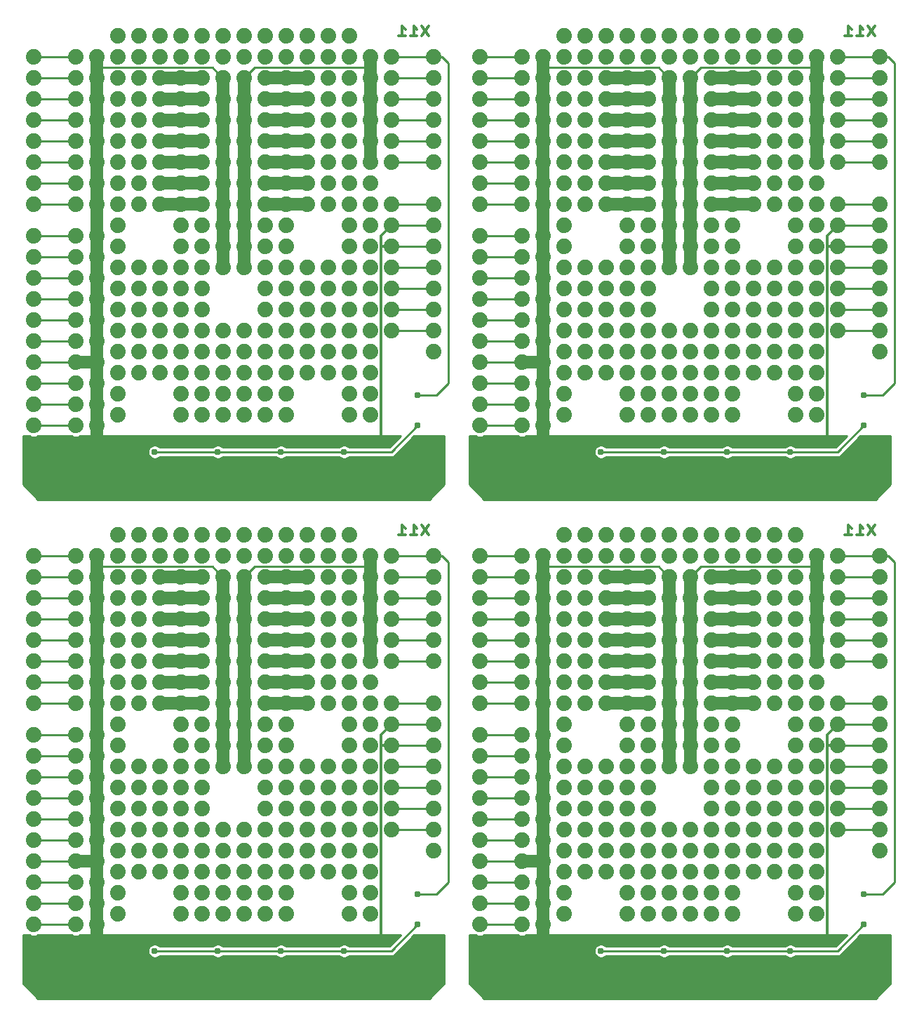
<source format=gbl>
G75*
%MOIN*%
%OFA0B0*%
%FSLAX25Y25*%
%IPPOS*%
%LPD*%
%AMOC8*
5,1,8,0,0,1.08239X$1,22.5*
%
%ADD10C,0.01200*%
%ADD11C,0.07400*%
%ADD12C,0.01000*%
%ADD13C,0.03100*%
%ADD14C,0.06000*%
D10*
X0190355Y0267524D02*
X0190355Y0270024D01*
X0265355Y0334524D02*
X0265355Y0424524D01*
X0270355Y0424524D01*
X0265355Y0424524D02*
X0265355Y0429524D01*
X0270355Y0434524D01*
X0190355Y0504524D02*
X0190355Y0507024D01*
X0273790Y0524624D02*
X0276993Y0524624D01*
X0275392Y0524624D02*
X0275392Y0529428D01*
X0276993Y0527826D01*
X0279315Y0524624D02*
X0282518Y0524624D01*
X0280916Y0524624D02*
X0280916Y0529428D01*
X0282518Y0527826D01*
X0284840Y0529428D02*
X0288043Y0524624D01*
X0284840Y0524624D02*
X0288043Y0529428D01*
X0402355Y0507024D02*
X0402355Y0504524D01*
X0477355Y0429524D02*
X0477355Y0424524D01*
X0482355Y0424524D01*
X0477355Y0424524D02*
X0477355Y0334524D01*
X0487392Y0292428D02*
X0487392Y0287624D01*
X0488993Y0287624D02*
X0485790Y0287624D01*
X0488993Y0290826D02*
X0487392Y0292428D01*
X0492916Y0292428D02*
X0492916Y0287624D01*
X0491315Y0287624D02*
X0494518Y0287624D01*
X0496840Y0287624D02*
X0500043Y0292428D01*
X0496840Y0292428D02*
X0500043Y0287624D01*
X0494518Y0290826D02*
X0492916Y0292428D01*
X0482355Y0197524D02*
X0477355Y0192524D01*
X0477355Y0187524D01*
X0482355Y0187524D01*
X0477355Y0187524D02*
X0477355Y0097524D01*
X0402355Y0267524D02*
X0402355Y0270024D01*
X0288043Y0287624D02*
X0284840Y0292428D01*
X0282518Y0290826D02*
X0280916Y0292428D01*
X0280916Y0287624D01*
X0279315Y0287624D02*
X0282518Y0287624D01*
X0284840Y0287624D02*
X0288043Y0292428D01*
X0276993Y0290826D02*
X0275392Y0292428D01*
X0275392Y0287624D01*
X0276993Y0287624D02*
X0273790Y0287624D01*
X0270355Y0197524D02*
X0265355Y0192524D01*
X0265355Y0187524D01*
X0270355Y0187524D01*
X0265355Y0187524D02*
X0265355Y0097524D01*
X0477355Y0429524D02*
X0482355Y0434524D01*
X0485790Y0524624D02*
X0488993Y0524624D01*
X0487392Y0524624D02*
X0487392Y0529428D01*
X0488993Y0527826D01*
X0491315Y0524624D02*
X0494518Y0524624D01*
X0492916Y0524624D02*
X0492916Y0529428D01*
X0494518Y0527826D01*
X0496840Y0529428D02*
X0500043Y0524624D01*
X0496840Y0524624D02*
X0500043Y0529428D01*
D11*
X0502355Y0514524D03*
X0502355Y0504524D03*
X0502355Y0494524D03*
X0502355Y0484524D03*
X0502355Y0474524D03*
X0502355Y0464524D03*
X0502355Y0444524D03*
X0502355Y0434524D03*
X0502355Y0424524D03*
X0502355Y0414524D03*
X0502355Y0404524D03*
X0502355Y0394524D03*
X0502355Y0384524D03*
X0502355Y0374524D03*
X0482355Y0384524D03*
X0482355Y0394524D03*
X0472355Y0394524D03*
X0462355Y0394524D03*
X0462355Y0384524D03*
X0472355Y0384524D03*
X0472355Y0374524D03*
X0462355Y0374524D03*
X0452355Y0374524D03*
X0442355Y0374524D03*
X0432355Y0374524D03*
X0422355Y0374524D03*
X0412355Y0374524D03*
X0402355Y0374524D03*
X0392355Y0374524D03*
X0382355Y0374524D03*
X0372355Y0374524D03*
X0362355Y0374524D03*
X0352355Y0374524D03*
X0352355Y0384524D03*
X0352355Y0394524D03*
X0352355Y0404524D03*
X0352355Y0414524D03*
X0352355Y0424524D03*
X0352355Y0434524D03*
X0352355Y0444524D03*
X0342355Y0444524D03*
X0332355Y0444524D03*
X0332355Y0454524D03*
X0332355Y0464524D03*
X0342355Y0464524D03*
X0342355Y0454524D03*
X0352355Y0454524D03*
X0352355Y0464524D03*
X0352355Y0474524D03*
X0342355Y0474524D03*
X0332355Y0474524D03*
X0332355Y0484524D03*
X0332355Y0494524D03*
X0342355Y0494524D03*
X0342355Y0484524D03*
X0352355Y0484524D03*
X0352355Y0494524D03*
X0352355Y0504524D03*
X0342355Y0504524D03*
X0332355Y0504524D03*
X0332355Y0514524D03*
X0342355Y0514524D03*
X0352355Y0514524D03*
X0352355Y0524524D03*
X0362355Y0524524D03*
X0362355Y0514524D03*
X0362355Y0504524D03*
X0362355Y0494524D03*
X0362355Y0484524D03*
X0362355Y0474524D03*
X0362355Y0464524D03*
X0362355Y0454524D03*
X0362355Y0444524D03*
X0372355Y0444524D03*
X0372355Y0454524D03*
X0372355Y0464524D03*
X0372355Y0474524D03*
X0372355Y0484524D03*
X0372355Y0494524D03*
X0372355Y0504524D03*
X0372355Y0514524D03*
X0372355Y0524524D03*
X0382355Y0524524D03*
X0382355Y0514524D03*
X0382355Y0504524D03*
X0382355Y0494524D03*
X0382355Y0484524D03*
X0382355Y0474524D03*
X0382355Y0464524D03*
X0382355Y0454524D03*
X0382355Y0444524D03*
X0382355Y0434524D03*
X0382355Y0424524D03*
X0382355Y0414524D03*
X0372355Y0414524D03*
X0362355Y0414524D03*
X0362355Y0404524D03*
X0362355Y0394524D03*
X0362355Y0384524D03*
X0372355Y0384524D03*
X0372355Y0394524D03*
X0372355Y0404524D03*
X0382355Y0404524D03*
X0382355Y0394524D03*
X0382355Y0384524D03*
X0392355Y0384524D03*
X0392355Y0394524D03*
X0402355Y0384524D03*
X0412355Y0384524D03*
X0422355Y0384524D03*
X0422355Y0394524D03*
X0422355Y0404524D03*
X0422355Y0414524D03*
X0422355Y0424524D03*
X0412355Y0424524D03*
X0412355Y0414524D03*
X0402355Y0414524D03*
X0392355Y0414524D03*
X0392355Y0424524D03*
X0402355Y0424524D03*
X0402355Y0434524D03*
X0392355Y0434524D03*
X0392355Y0444524D03*
X0402355Y0444524D03*
X0402355Y0454524D03*
X0392355Y0454524D03*
X0392355Y0464524D03*
X0402355Y0464524D03*
X0402355Y0474524D03*
X0392355Y0474524D03*
X0392355Y0484524D03*
X0392355Y0494524D03*
X0402355Y0494524D03*
X0402355Y0484524D03*
X0412355Y0484524D03*
X0412355Y0494524D03*
X0412355Y0504524D03*
X0402355Y0504524D03*
X0392355Y0504524D03*
X0392355Y0514524D03*
X0392355Y0524524D03*
X0402355Y0524524D03*
X0402355Y0514524D03*
X0412355Y0514524D03*
X0412355Y0524524D03*
X0422355Y0524524D03*
X0422355Y0514524D03*
X0422355Y0504524D03*
X0422355Y0494524D03*
X0422355Y0484524D03*
X0422355Y0474524D03*
X0412355Y0474524D03*
X0412355Y0464524D03*
X0412355Y0454524D03*
X0412355Y0444524D03*
X0412355Y0434524D03*
X0422355Y0434524D03*
X0422355Y0444524D03*
X0422355Y0454524D03*
X0422355Y0464524D03*
X0432355Y0464524D03*
X0432355Y0454524D03*
X0432355Y0444524D03*
X0432355Y0434524D03*
X0432355Y0424524D03*
X0432355Y0414524D03*
X0432355Y0404524D03*
X0432355Y0394524D03*
X0432355Y0384524D03*
X0442355Y0384524D03*
X0442355Y0394524D03*
X0442355Y0404524D03*
X0442355Y0414524D03*
X0452355Y0414524D03*
X0452355Y0404524D03*
X0452355Y0394524D03*
X0452355Y0384524D03*
X0462355Y0404524D03*
X0472355Y0404524D03*
X0472355Y0414524D03*
X0462355Y0414524D03*
X0462355Y0424524D03*
X0472355Y0424524D03*
X0472355Y0434524D03*
X0462355Y0434524D03*
X0462355Y0444524D03*
X0472355Y0444524D03*
X0472355Y0454524D03*
X0462355Y0454524D03*
X0462355Y0464524D03*
X0472355Y0464524D03*
X0472355Y0474524D03*
X0462355Y0474524D03*
X0452355Y0474524D03*
X0442355Y0474524D03*
X0432355Y0474524D03*
X0432355Y0484524D03*
X0432355Y0494524D03*
X0432355Y0504524D03*
X0432355Y0514524D03*
X0432355Y0524524D03*
X0442355Y0524524D03*
X0442355Y0514524D03*
X0442355Y0504524D03*
X0442355Y0494524D03*
X0442355Y0484524D03*
X0452355Y0484524D03*
X0452355Y0494524D03*
X0452355Y0504524D03*
X0452355Y0514524D03*
X0452355Y0524524D03*
X0462355Y0524524D03*
X0462355Y0514524D03*
X0472355Y0514524D03*
X0472355Y0504524D03*
X0462355Y0504524D03*
X0462355Y0494524D03*
X0462355Y0484524D03*
X0472355Y0484524D03*
X0472355Y0494524D03*
X0482355Y0494524D03*
X0482355Y0484524D03*
X0482355Y0474524D03*
X0482355Y0464524D03*
X0482355Y0444524D03*
X0482355Y0434524D03*
X0482355Y0424524D03*
X0482355Y0414524D03*
X0482355Y0404524D03*
X0472355Y0364524D03*
X0462355Y0364524D03*
X0462355Y0354524D03*
X0472355Y0354524D03*
X0472355Y0344524D03*
X0462355Y0344524D03*
X0452355Y0364524D03*
X0442355Y0364524D03*
X0432355Y0364524D03*
X0432355Y0354524D03*
X0422355Y0354524D03*
X0422355Y0364524D03*
X0412355Y0364524D03*
X0412355Y0354524D03*
X0402355Y0354524D03*
X0392355Y0354524D03*
X0392355Y0364524D03*
X0402355Y0364524D03*
X0382355Y0364524D03*
X0382355Y0354524D03*
X0382355Y0344524D03*
X0392355Y0344524D03*
X0402355Y0344524D03*
X0412355Y0344524D03*
X0422355Y0344524D03*
X0432355Y0344524D03*
X0432355Y0287524D03*
X0432355Y0277524D03*
X0422355Y0277524D03*
X0422355Y0287524D03*
X0412355Y0287524D03*
X0412355Y0277524D03*
X0402355Y0277524D03*
X0392355Y0277524D03*
X0392355Y0287524D03*
X0402355Y0287524D03*
X0382355Y0287524D03*
X0382355Y0277524D03*
X0372355Y0277524D03*
X0372355Y0287524D03*
X0362355Y0287524D03*
X0362355Y0277524D03*
X0352355Y0277524D03*
X0352355Y0287524D03*
X0342355Y0277524D03*
X0332355Y0277524D03*
X0332355Y0267524D03*
X0342355Y0267524D03*
X0342355Y0257524D03*
X0332355Y0257524D03*
X0332355Y0247524D03*
X0332355Y0237524D03*
X0342355Y0237524D03*
X0342355Y0247524D03*
X0352355Y0247524D03*
X0352355Y0237524D03*
X0352355Y0227524D03*
X0342355Y0227524D03*
X0332355Y0227524D03*
X0332355Y0217524D03*
X0332355Y0207524D03*
X0342355Y0207524D03*
X0342355Y0217524D03*
X0352355Y0217524D03*
X0352355Y0207524D03*
X0352355Y0197524D03*
X0352355Y0187524D03*
X0352355Y0177524D03*
X0352355Y0167524D03*
X0352355Y0157524D03*
X0352355Y0147524D03*
X0352355Y0137524D03*
X0352355Y0127524D03*
X0352355Y0117524D03*
X0352355Y0107524D03*
X0342355Y0112524D03*
X0332355Y0112524D03*
X0332355Y0122524D03*
X0342355Y0122524D03*
X0342355Y0132524D03*
X0332355Y0132524D03*
X0332355Y0142524D03*
X0332355Y0152524D03*
X0342355Y0152524D03*
X0342355Y0142524D03*
X0342355Y0162524D03*
X0332355Y0162524D03*
X0332355Y0172524D03*
X0332355Y0182524D03*
X0342355Y0182524D03*
X0342355Y0172524D03*
X0342355Y0192524D03*
X0332355Y0192524D03*
X0312355Y0192524D03*
X0312355Y0182524D03*
X0312355Y0172524D03*
X0312355Y0162524D03*
X0312355Y0152524D03*
X0312355Y0142524D03*
X0312355Y0132524D03*
X0312355Y0122524D03*
X0312355Y0112524D03*
X0312355Y0102524D03*
X0332355Y0102524D03*
X0342355Y0102524D03*
X0362355Y0127524D03*
X0362355Y0137524D03*
X0362355Y0147524D03*
X0362355Y0157524D03*
X0362355Y0167524D03*
X0362355Y0177524D03*
X0372355Y0177524D03*
X0372355Y0167524D03*
X0372355Y0157524D03*
X0372355Y0147524D03*
X0372355Y0137524D03*
X0372355Y0127524D03*
X0382355Y0127524D03*
X0382355Y0137524D03*
X0382355Y0147524D03*
X0382355Y0157524D03*
X0382355Y0167524D03*
X0382355Y0177524D03*
X0382355Y0187524D03*
X0382355Y0197524D03*
X0382355Y0207524D03*
X0382355Y0217524D03*
X0372355Y0217524D03*
X0372355Y0207524D03*
X0362355Y0207524D03*
X0362355Y0217524D03*
X0362355Y0227524D03*
X0362355Y0237524D03*
X0362355Y0247524D03*
X0362355Y0257524D03*
X0352355Y0257524D03*
X0352355Y0267524D03*
X0362355Y0267524D03*
X0372355Y0267524D03*
X0372355Y0257524D03*
X0372355Y0247524D03*
X0372355Y0237524D03*
X0372355Y0227524D03*
X0382355Y0227524D03*
X0382355Y0237524D03*
X0382355Y0247524D03*
X0382355Y0257524D03*
X0382355Y0267524D03*
X0392355Y0267524D03*
X0402355Y0267524D03*
X0402355Y0257524D03*
X0392355Y0257524D03*
X0392355Y0247524D03*
X0392355Y0237524D03*
X0402355Y0237524D03*
X0402355Y0247524D03*
X0412355Y0247524D03*
X0412355Y0237524D03*
X0412355Y0227524D03*
X0402355Y0227524D03*
X0392355Y0227524D03*
X0392355Y0217524D03*
X0392355Y0207524D03*
X0402355Y0207524D03*
X0402355Y0217524D03*
X0412355Y0217524D03*
X0412355Y0207524D03*
X0412355Y0197524D03*
X0402355Y0197524D03*
X0392355Y0197524D03*
X0392355Y0187524D03*
X0392355Y0177524D03*
X0402355Y0177524D03*
X0402355Y0187524D03*
X0412355Y0187524D03*
X0412355Y0177524D03*
X0422355Y0177524D03*
X0422355Y0187524D03*
X0422355Y0197524D03*
X0422355Y0207524D03*
X0422355Y0217524D03*
X0422355Y0227524D03*
X0422355Y0237524D03*
X0422355Y0247524D03*
X0422355Y0257524D03*
X0412355Y0257524D03*
X0412355Y0267524D03*
X0422355Y0267524D03*
X0432355Y0267524D03*
X0432355Y0257524D03*
X0432355Y0247524D03*
X0432355Y0237524D03*
X0432355Y0227524D03*
X0432355Y0217524D03*
X0432355Y0207524D03*
X0432355Y0197524D03*
X0432355Y0187524D03*
X0432355Y0177524D03*
X0432355Y0167524D03*
X0422355Y0167524D03*
X0422355Y0157524D03*
X0422355Y0147524D03*
X0412355Y0147524D03*
X0402355Y0147524D03*
X0392355Y0147524D03*
X0392355Y0157524D03*
X0392355Y0167524D03*
X0392355Y0137524D03*
X0402355Y0137524D03*
X0402355Y0127524D03*
X0392355Y0127524D03*
X0392355Y0117524D03*
X0392355Y0107524D03*
X0402355Y0107524D03*
X0402355Y0117524D03*
X0412355Y0117524D03*
X0412355Y0107524D03*
X0422355Y0107524D03*
X0422355Y0117524D03*
X0422355Y0127524D03*
X0412355Y0127524D03*
X0412355Y0137524D03*
X0422355Y0137524D03*
X0432355Y0137524D03*
X0432355Y0147524D03*
X0432355Y0157524D03*
X0442355Y0157524D03*
X0442355Y0147524D03*
X0442355Y0137524D03*
X0442355Y0127524D03*
X0432355Y0127524D03*
X0432355Y0117524D03*
X0432355Y0107524D03*
X0452355Y0127524D03*
X0452355Y0137524D03*
X0452355Y0147524D03*
X0452355Y0157524D03*
X0452355Y0167524D03*
X0442355Y0167524D03*
X0442355Y0177524D03*
X0452355Y0177524D03*
X0462355Y0177524D03*
X0462355Y0187524D03*
X0472355Y0187524D03*
X0472355Y0177524D03*
X0472355Y0167524D03*
X0462355Y0167524D03*
X0462355Y0157524D03*
X0462355Y0147524D03*
X0472355Y0147524D03*
X0472355Y0157524D03*
X0482355Y0157524D03*
X0482355Y0147524D03*
X0472355Y0137524D03*
X0462355Y0137524D03*
X0462355Y0127524D03*
X0472355Y0127524D03*
X0472355Y0117524D03*
X0462355Y0117524D03*
X0462355Y0107524D03*
X0472355Y0107524D03*
X0502355Y0137524D03*
X0502355Y0147524D03*
X0502355Y0157524D03*
X0502355Y0167524D03*
X0502355Y0177524D03*
X0502355Y0187524D03*
X0502355Y0197524D03*
X0502355Y0207524D03*
X0502355Y0227524D03*
X0502355Y0237524D03*
X0502355Y0247524D03*
X0502355Y0257524D03*
X0502355Y0267524D03*
X0502355Y0277524D03*
X0482355Y0277524D03*
X0472355Y0277524D03*
X0462355Y0277524D03*
X0462355Y0287524D03*
X0452355Y0287524D03*
X0452355Y0277524D03*
X0442355Y0277524D03*
X0442355Y0287524D03*
X0442355Y0267524D03*
X0442355Y0257524D03*
X0442355Y0247524D03*
X0442355Y0237524D03*
X0442355Y0227524D03*
X0442355Y0217524D03*
X0442355Y0207524D03*
X0452355Y0207524D03*
X0452355Y0217524D03*
X0452355Y0227524D03*
X0452355Y0237524D03*
X0452355Y0247524D03*
X0452355Y0257524D03*
X0452355Y0267524D03*
X0462355Y0267524D03*
X0472355Y0267524D03*
X0472355Y0257524D03*
X0462355Y0257524D03*
X0462355Y0247524D03*
X0462355Y0237524D03*
X0472355Y0237524D03*
X0472355Y0247524D03*
X0482355Y0247524D03*
X0482355Y0237524D03*
X0482355Y0227524D03*
X0472355Y0227524D03*
X0462355Y0227524D03*
X0462355Y0217524D03*
X0462355Y0207524D03*
X0472355Y0207524D03*
X0472355Y0217524D03*
X0482355Y0207524D03*
X0482355Y0197524D03*
X0472355Y0197524D03*
X0462355Y0197524D03*
X0482355Y0187524D03*
X0482355Y0177524D03*
X0482355Y0167524D03*
X0482355Y0257524D03*
X0482355Y0267524D03*
X0372355Y0364524D03*
X0362355Y0364524D03*
X0352355Y0364524D03*
X0352355Y0354524D03*
X0352355Y0344524D03*
X0342355Y0349524D03*
X0332355Y0349524D03*
X0332355Y0359524D03*
X0342355Y0359524D03*
X0342355Y0369524D03*
X0332355Y0369524D03*
X0332355Y0379524D03*
X0342355Y0379524D03*
X0342355Y0389524D03*
X0332355Y0389524D03*
X0332355Y0399524D03*
X0342355Y0399524D03*
X0342355Y0409524D03*
X0332355Y0409524D03*
X0332355Y0419524D03*
X0332355Y0429524D03*
X0342355Y0429524D03*
X0342355Y0419524D03*
X0312355Y0419524D03*
X0312355Y0429524D03*
X0312355Y0444524D03*
X0312355Y0454524D03*
X0312355Y0464524D03*
X0312355Y0474524D03*
X0312355Y0484524D03*
X0312355Y0494524D03*
X0312355Y0504524D03*
X0312355Y0514524D03*
X0290355Y0514524D03*
X0290355Y0504524D03*
X0290355Y0494524D03*
X0290355Y0484524D03*
X0290355Y0474524D03*
X0290355Y0464524D03*
X0290355Y0444524D03*
X0290355Y0434524D03*
X0290355Y0424524D03*
X0290355Y0414524D03*
X0290355Y0404524D03*
X0290355Y0394524D03*
X0290355Y0384524D03*
X0290355Y0374524D03*
X0270355Y0384524D03*
X0270355Y0394524D03*
X0260355Y0394524D03*
X0250355Y0394524D03*
X0250355Y0384524D03*
X0260355Y0384524D03*
X0260355Y0374524D03*
X0250355Y0374524D03*
X0240355Y0374524D03*
X0230355Y0374524D03*
X0220355Y0374524D03*
X0210355Y0374524D03*
X0200355Y0374524D03*
X0190355Y0374524D03*
X0180355Y0374524D03*
X0170355Y0374524D03*
X0160355Y0374524D03*
X0150355Y0374524D03*
X0140355Y0374524D03*
X0140355Y0384524D03*
X0140355Y0394524D03*
X0140355Y0404524D03*
X0140355Y0414524D03*
X0140355Y0424524D03*
X0140355Y0434524D03*
X0140355Y0444524D03*
X0130355Y0444524D03*
X0120355Y0444524D03*
X0120355Y0454524D03*
X0120355Y0464524D03*
X0130355Y0464524D03*
X0130355Y0454524D03*
X0140355Y0454524D03*
X0140355Y0464524D03*
X0140355Y0474524D03*
X0130355Y0474524D03*
X0120355Y0474524D03*
X0120355Y0484524D03*
X0120355Y0494524D03*
X0130355Y0494524D03*
X0130355Y0484524D03*
X0140355Y0484524D03*
X0140355Y0494524D03*
X0140355Y0504524D03*
X0130355Y0504524D03*
X0120355Y0504524D03*
X0120355Y0514524D03*
X0130355Y0514524D03*
X0140355Y0514524D03*
X0140355Y0524524D03*
X0150355Y0524524D03*
X0150355Y0514524D03*
X0150355Y0504524D03*
X0150355Y0494524D03*
X0150355Y0484524D03*
X0150355Y0474524D03*
X0150355Y0464524D03*
X0150355Y0454524D03*
X0150355Y0444524D03*
X0160355Y0444524D03*
X0160355Y0454524D03*
X0160355Y0464524D03*
X0160355Y0474524D03*
X0160355Y0484524D03*
X0160355Y0494524D03*
X0160355Y0504524D03*
X0160355Y0514524D03*
X0160355Y0524524D03*
X0170355Y0524524D03*
X0170355Y0514524D03*
X0170355Y0504524D03*
X0170355Y0494524D03*
X0170355Y0484524D03*
X0170355Y0474524D03*
X0170355Y0464524D03*
X0170355Y0454524D03*
X0170355Y0444524D03*
X0170355Y0434524D03*
X0170355Y0424524D03*
X0170355Y0414524D03*
X0160355Y0414524D03*
X0150355Y0414524D03*
X0150355Y0404524D03*
X0150355Y0394524D03*
X0150355Y0384524D03*
X0160355Y0384524D03*
X0160355Y0394524D03*
X0160355Y0404524D03*
X0170355Y0404524D03*
X0170355Y0394524D03*
X0170355Y0384524D03*
X0180355Y0384524D03*
X0180355Y0394524D03*
X0180355Y0404524D03*
X0180355Y0414524D03*
X0180355Y0424524D03*
X0180355Y0434524D03*
X0180355Y0444524D03*
X0180355Y0454524D03*
X0180355Y0464524D03*
X0180355Y0474524D03*
X0180355Y0484524D03*
X0180355Y0494524D03*
X0180355Y0504524D03*
X0180355Y0514524D03*
X0180355Y0524524D03*
X0190355Y0524524D03*
X0190355Y0514524D03*
X0200355Y0514524D03*
X0200355Y0524524D03*
X0210355Y0524524D03*
X0210355Y0514524D03*
X0210355Y0504524D03*
X0200355Y0504524D03*
X0190355Y0504524D03*
X0190355Y0494524D03*
X0190355Y0484524D03*
X0200355Y0484524D03*
X0200355Y0494524D03*
X0210355Y0494524D03*
X0210355Y0484524D03*
X0210355Y0474524D03*
X0200355Y0474524D03*
X0190355Y0474524D03*
X0190355Y0464524D03*
X0190355Y0454524D03*
X0200355Y0454524D03*
X0200355Y0464524D03*
X0210355Y0464524D03*
X0210355Y0454524D03*
X0210355Y0444524D03*
X0200355Y0444524D03*
X0190355Y0444524D03*
X0190355Y0434524D03*
X0200355Y0434524D03*
X0200355Y0424524D03*
X0190355Y0424524D03*
X0190355Y0414524D03*
X0200355Y0414524D03*
X0210355Y0414524D03*
X0210355Y0424524D03*
X0210355Y0434524D03*
X0220355Y0434524D03*
X0220355Y0444524D03*
X0220355Y0454524D03*
X0220355Y0464524D03*
X0220355Y0474524D03*
X0220355Y0484524D03*
X0220355Y0494524D03*
X0220355Y0504524D03*
X0220355Y0514524D03*
X0220355Y0524524D03*
X0230355Y0524524D03*
X0230355Y0514524D03*
X0230355Y0504524D03*
X0230355Y0494524D03*
X0230355Y0484524D03*
X0230355Y0474524D03*
X0230355Y0464524D03*
X0230355Y0454524D03*
X0230355Y0444524D03*
X0240355Y0444524D03*
X0240355Y0454524D03*
X0240355Y0464524D03*
X0240355Y0474524D03*
X0240355Y0484524D03*
X0240355Y0494524D03*
X0240355Y0504524D03*
X0240355Y0514524D03*
X0240355Y0524524D03*
X0250355Y0524524D03*
X0250355Y0514524D03*
X0260355Y0514524D03*
X0260355Y0504524D03*
X0250355Y0504524D03*
X0250355Y0494524D03*
X0250355Y0484524D03*
X0260355Y0484524D03*
X0260355Y0494524D03*
X0270355Y0494524D03*
X0270355Y0484524D03*
X0270355Y0474524D03*
X0260355Y0474524D03*
X0250355Y0474524D03*
X0250355Y0464524D03*
X0250355Y0454524D03*
X0260355Y0454524D03*
X0260355Y0464524D03*
X0270355Y0464524D03*
X0270355Y0444524D03*
X0260355Y0444524D03*
X0250355Y0444524D03*
X0250355Y0434524D03*
X0260355Y0434524D03*
X0260355Y0424524D03*
X0250355Y0424524D03*
X0250355Y0414524D03*
X0260355Y0414524D03*
X0260355Y0404524D03*
X0250355Y0404524D03*
X0240355Y0404524D03*
X0230355Y0404524D03*
X0220355Y0404524D03*
X0210355Y0404524D03*
X0210355Y0394524D03*
X0210355Y0384524D03*
X0200355Y0384524D03*
X0190355Y0384524D03*
X0190355Y0364524D03*
X0190355Y0354524D03*
X0200355Y0354524D03*
X0200355Y0364524D03*
X0210355Y0364524D03*
X0210355Y0354524D03*
X0210355Y0344524D03*
X0200355Y0344524D03*
X0190355Y0344524D03*
X0180355Y0344524D03*
X0170355Y0344524D03*
X0170355Y0354524D03*
X0170355Y0364524D03*
X0160355Y0364524D03*
X0150355Y0364524D03*
X0140355Y0364524D03*
X0140355Y0354524D03*
X0140355Y0344524D03*
X0130355Y0349524D03*
X0120355Y0349524D03*
X0120355Y0359524D03*
X0130355Y0359524D03*
X0130355Y0369524D03*
X0120355Y0369524D03*
X0120355Y0379524D03*
X0130355Y0379524D03*
X0130355Y0389524D03*
X0120355Y0389524D03*
X0120355Y0399524D03*
X0130355Y0399524D03*
X0130355Y0409524D03*
X0120355Y0409524D03*
X0120355Y0419524D03*
X0120355Y0429524D03*
X0130355Y0429524D03*
X0130355Y0419524D03*
X0100355Y0419524D03*
X0100355Y0429524D03*
X0100355Y0444524D03*
X0100355Y0454524D03*
X0100355Y0464524D03*
X0100355Y0474524D03*
X0100355Y0484524D03*
X0100355Y0494524D03*
X0100355Y0504524D03*
X0100355Y0514524D03*
X0100355Y0409524D03*
X0100355Y0399524D03*
X0100355Y0389524D03*
X0100355Y0379524D03*
X0100355Y0369524D03*
X0100355Y0359524D03*
X0100355Y0349524D03*
X0100355Y0339524D03*
X0120355Y0339524D03*
X0130355Y0339524D03*
X0140355Y0287524D03*
X0140355Y0277524D03*
X0130355Y0277524D03*
X0120355Y0277524D03*
X0120355Y0267524D03*
X0130355Y0267524D03*
X0130355Y0257524D03*
X0120355Y0257524D03*
X0120355Y0247524D03*
X0120355Y0237524D03*
X0130355Y0237524D03*
X0130355Y0247524D03*
X0140355Y0247524D03*
X0140355Y0237524D03*
X0140355Y0227524D03*
X0130355Y0227524D03*
X0120355Y0227524D03*
X0120355Y0217524D03*
X0120355Y0207524D03*
X0130355Y0207524D03*
X0130355Y0217524D03*
X0140355Y0217524D03*
X0140355Y0207524D03*
X0140355Y0197524D03*
X0140355Y0187524D03*
X0140355Y0177524D03*
X0140355Y0167524D03*
X0140355Y0157524D03*
X0140355Y0147524D03*
X0140355Y0137524D03*
X0140355Y0127524D03*
X0140355Y0117524D03*
X0140355Y0107524D03*
X0130355Y0112524D03*
X0120355Y0112524D03*
X0120355Y0122524D03*
X0130355Y0122524D03*
X0130355Y0132524D03*
X0120355Y0132524D03*
X0120355Y0142524D03*
X0120355Y0152524D03*
X0130355Y0152524D03*
X0130355Y0142524D03*
X0130355Y0162524D03*
X0120355Y0162524D03*
X0120355Y0172524D03*
X0120355Y0182524D03*
X0130355Y0182524D03*
X0130355Y0172524D03*
X0130355Y0192524D03*
X0120355Y0192524D03*
X0100355Y0192524D03*
X0100355Y0182524D03*
X0100355Y0172524D03*
X0100355Y0162524D03*
X0100355Y0152524D03*
X0100355Y0142524D03*
X0100355Y0132524D03*
X0100355Y0122524D03*
X0100355Y0112524D03*
X0100355Y0102524D03*
X0120355Y0102524D03*
X0130355Y0102524D03*
X0150355Y0127524D03*
X0150355Y0137524D03*
X0150355Y0147524D03*
X0150355Y0157524D03*
X0150355Y0167524D03*
X0150355Y0177524D03*
X0160355Y0177524D03*
X0160355Y0167524D03*
X0160355Y0157524D03*
X0160355Y0147524D03*
X0160355Y0137524D03*
X0160355Y0127524D03*
X0170355Y0127524D03*
X0170355Y0137524D03*
X0170355Y0147524D03*
X0170355Y0157524D03*
X0170355Y0167524D03*
X0170355Y0177524D03*
X0170355Y0187524D03*
X0170355Y0197524D03*
X0170355Y0207524D03*
X0170355Y0217524D03*
X0160355Y0217524D03*
X0160355Y0207524D03*
X0150355Y0207524D03*
X0150355Y0217524D03*
X0150355Y0227524D03*
X0150355Y0237524D03*
X0150355Y0247524D03*
X0150355Y0257524D03*
X0140355Y0257524D03*
X0140355Y0267524D03*
X0150355Y0267524D03*
X0150355Y0277524D03*
X0150355Y0287524D03*
X0160355Y0287524D03*
X0160355Y0277524D03*
X0160355Y0267524D03*
X0160355Y0257524D03*
X0160355Y0247524D03*
X0160355Y0237524D03*
X0160355Y0227524D03*
X0170355Y0227524D03*
X0170355Y0237524D03*
X0170355Y0247524D03*
X0170355Y0257524D03*
X0170355Y0267524D03*
X0170355Y0277524D03*
X0170355Y0287524D03*
X0180355Y0287524D03*
X0180355Y0277524D03*
X0180355Y0267524D03*
X0180355Y0257524D03*
X0180355Y0247524D03*
X0180355Y0237524D03*
X0180355Y0227524D03*
X0180355Y0217524D03*
X0180355Y0207524D03*
X0180355Y0197524D03*
X0180355Y0187524D03*
X0180355Y0177524D03*
X0180355Y0167524D03*
X0180355Y0157524D03*
X0180355Y0147524D03*
X0180355Y0137524D03*
X0180355Y0127524D03*
X0180355Y0117524D03*
X0180355Y0107524D03*
X0170355Y0107524D03*
X0170355Y0117524D03*
X0190355Y0117524D03*
X0190355Y0107524D03*
X0200355Y0107524D03*
X0200355Y0117524D03*
X0200355Y0127524D03*
X0190355Y0127524D03*
X0190355Y0137524D03*
X0200355Y0137524D03*
X0200355Y0147524D03*
X0190355Y0147524D03*
X0210355Y0147524D03*
X0210355Y0157524D03*
X0210355Y0167524D03*
X0210355Y0177524D03*
X0210355Y0187524D03*
X0200355Y0187524D03*
X0190355Y0187524D03*
X0190355Y0177524D03*
X0200355Y0177524D03*
X0200355Y0197524D03*
X0190355Y0197524D03*
X0190355Y0207524D03*
X0190355Y0217524D03*
X0200355Y0217524D03*
X0200355Y0207524D03*
X0210355Y0207524D03*
X0210355Y0217524D03*
X0210355Y0227524D03*
X0200355Y0227524D03*
X0190355Y0227524D03*
X0190355Y0237524D03*
X0190355Y0247524D03*
X0200355Y0247524D03*
X0200355Y0237524D03*
X0210355Y0237524D03*
X0210355Y0247524D03*
X0210355Y0257524D03*
X0200355Y0257524D03*
X0190355Y0257524D03*
X0190355Y0267524D03*
X0200355Y0267524D03*
X0200355Y0277524D03*
X0190355Y0277524D03*
X0190355Y0287524D03*
X0200355Y0287524D03*
X0210355Y0287524D03*
X0210355Y0277524D03*
X0210355Y0267524D03*
X0220355Y0267524D03*
X0220355Y0277524D03*
X0220355Y0287524D03*
X0230355Y0287524D03*
X0230355Y0277524D03*
X0230355Y0267524D03*
X0230355Y0257524D03*
X0220355Y0257524D03*
X0220355Y0247524D03*
X0220355Y0237524D03*
X0220355Y0227524D03*
X0220355Y0217524D03*
X0220355Y0207524D03*
X0220355Y0197524D03*
X0210355Y0197524D03*
X0220355Y0187524D03*
X0220355Y0177524D03*
X0220355Y0167524D03*
X0220355Y0157524D03*
X0220355Y0147524D03*
X0220355Y0137524D03*
X0210355Y0137524D03*
X0210355Y0127524D03*
X0210355Y0117524D03*
X0210355Y0107524D03*
X0220355Y0107524D03*
X0220355Y0117524D03*
X0220355Y0127524D03*
X0230355Y0127524D03*
X0230355Y0137524D03*
X0230355Y0147524D03*
X0230355Y0157524D03*
X0230355Y0167524D03*
X0230355Y0177524D03*
X0240355Y0177524D03*
X0240355Y0167524D03*
X0240355Y0157524D03*
X0240355Y0147524D03*
X0240355Y0137524D03*
X0240355Y0127524D03*
X0250355Y0127524D03*
X0260355Y0127524D03*
X0260355Y0137524D03*
X0250355Y0137524D03*
X0250355Y0147524D03*
X0250355Y0157524D03*
X0260355Y0157524D03*
X0260355Y0147524D03*
X0270355Y0147524D03*
X0270355Y0157524D03*
X0270355Y0167524D03*
X0260355Y0167524D03*
X0250355Y0167524D03*
X0250355Y0177524D03*
X0250355Y0187524D03*
X0260355Y0187524D03*
X0260355Y0177524D03*
X0270355Y0177524D03*
X0270355Y0187524D03*
X0270355Y0197524D03*
X0260355Y0197524D03*
X0250355Y0197524D03*
X0250355Y0207524D03*
X0250355Y0217524D03*
X0260355Y0217524D03*
X0260355Y0207524D03*
X0270355Y0207524D03*
X0270355Y0227524D03*
X0260355Y0227524D03*
X0250355Y0227524D03*
X0240355Y0227524D03*
X0230355Y0227524D03*
X0230355Y0237524D03*
X0230355Y0247524D03*
X0240355Y0247524D03*
X0240355Y0237524D03*
X0250355Y0237524D03*
X0250355Y0247524D03*
X0260355Y0247524D03*
X0260355Y0237524D03*
X0270355Y0237524D03*
X0270355Y0247524D03*
X0270355Y0257524D03*
X0260355Y0257524D03*
X0250355Y0257524D03*
X0240355Y0257524D03*
X0240355Y0267524D03*
X0240355Y0277524D03*
X0240355Y0287524D03*
X0250355Y0287524D03*
X0250355Y0277524D03*
X0260355Y0277524D03*
X0260355Y0267524D03*
X0250355Y0267524D03*
X0270355Y0267524D03*
X0270355Y0277524D03*
X0290355Y0277524D03*
X0290355Y0267524D03*
X0290355Y0257524D03*
X0290355Y0247524D03*
X0290355Y0237524D03*
X0290355Y0227524D03*
X0290355Y0207524D03*
X0290355Y0197524D03*
X0290355Y0187524D03*
X0290355Y0177524D03*
X0290355Y0167524D03*
X0290355Y0157524D03*
X0290355Y0147524D03*
X0290355Y0137524D03*
X0260355Y0117524D03*
X0250355Y0117524D03*
X0250355Y0107524D03*
X0260355Y0107524D03*
X0240355Y0207524D03*
X0240355Y0217524D03*
X0230355Y0217524D03*
X0230355Y0207524D03*
X0312355Y0207524D03*
X0312355Y0217524D03*
X0312355Y0227524D03*
X0312355Y0237524D03*
X0312355Y0247524D03*
X0312355Y0257524D03*
X0312355Y0267524D03*
X0312355Y0277524D03*
X0312355Y0339524D03*
X0312355Y0349524D03*
X0312355Y0359524D03*
X0312355Y0369524D03*
X0312355Y0379524D03*
X0312355Y0389524D03*
X0312355Y0399524D03*
X0312355Y0409524D03*
X0270355Y0414524D03*
X0270355Y0424524D03*
X0270355Y0434524D03*
X0270355Y0404524D03*
X0240355Y0414524D03*
X0230355Y0414524D03*
X0220355Y0414524D03*
X0220355Y0424524D03*
X0220355Y0394524D03*
X0220355Y0384524D03*
X0230355Y0384524D03*
X0230355Y0394524D03*
X0240355Y0394524D03*
X0240355Y0384524D03*
X0240355Y0364524D03*
X0230355Y0364524D03*
X0220355Y0364524D03*
X0220355Y0354524D03*
X0220355Y0344524D03*
X0250355Y0344524D03*
X0260355Y0344524D03*
X0260355Y0354524D03*
X0250355Y0354524D03*
X0250355Y0364524D03*
X0260355Y0364524D03*
X0332355Y0339524D03*
X0342355Y0339524D03*
X0392355Y0404524D03*
X0442355Y0444524D03*
X0442355Y0454524D03*
X0442355Y0464524D03*
X0452355Y0464524D03*
X0452355Y0454524D03*
X0452355Y0444524D03*
X0482355Y0504524D03*
X0482355Y0514524D03*
X0270355Y0514524D03*
X0270355Y0504524D03*
X0180355Y0364524D03*
X0180355Y0354524D03*
X0100355Y0277524D03*
X0100355Y0267524D03*
X0100355Y0257524D03*
X0100355Y0247524D03*
X0100355Y0237524D03*
X0100355Y0227524D03*
X0100355Y0217524D03*
X0100355Y0207524D03*
X0382355Y0117524D03*
X0382355Y0107524D03*
D12*
X0095255Y0097524D02*
X0095255Y0074553D01*
X0102385Y0067424D01*
X0288326Y0067424D01*
X0295455Y0074553D01*
X0295455Y0097524D01*
X0280967Y0097524D01*
X0271267Y0087824D01*
X0250252Y0087824D01*
X0249696Y0087268D01*
X0248502Y0086774D01*
X0247209Y0086774D01*
X0246014Y0087268D01*
X0245459Y0087824D01*
X0220252Y0087824D01*
X0219696Y0087268D01*
X0218502Y0086774D01*
X0217209Y0086774D01*
X0216014Y0087268D01*
X0215459Y0087824D01*
X0190252Y0087824D01*
X0189696Y0087268D01*
X0188502Y0086774D01*
X0187209Y0086774D01*
X0186014Y0087268D01*
X0185459Y0087824D01*
X0160252Y0087824D01*
X0159696Y0087268D01*
X0158502Y0086774D01*
X0157209Y0086774D01*
X0156014Y0087268D01*
X0155100Y0088183D01*
X0154605Y0089377D01*
X0154605Y0090670D01*
X0155100Y0091865D01*
X0156014Y0092779D01*
X0157209Y0093274D01*
X0158502Y0093274D01*
X0159696Y0092779D01*
X0160252Y0092224D01*
X0185459Y0092224D01*
X0186014Y0092779D01*
X0187209Y0093274D01*
X0188502Y0093274D01*
X0189696Y0092779D01*
X0190252Y0092224D01*
X0215459Y0092224D01*
X0216014Y0092779D01*
X0217209Y0093274D01*
X0218502Y0093274D01*
X0219696Y0092779D01*
X0220252Y0092224D01*
X0245459Y0092224D01*
X0246014Y0092779D01*
X0247209Y0093274D01*
X0248502Y0093274D01*
X0249696Y0092779D01*
X0250252Y0092224D01*
X0269444Y0092224D01*
X0274744Y0097524D01*
X0122395Y0097524D01*
X0121430Y0097124D01*
X0119281Y0097124D01*
X0118316Y0097524D01*
X0102395Y0097524D01*
X0101430Y0097124D01*
X0099281Y0097124D01*
X0098316Y0097524D01*
X0095255Y0097524D01*
X0095255Y0097472D02*
X0098441Y0097472D01*
X0095255Y0096473D02*
X0273694Y0096473D01*
X0274692Y0097472D02*
X0122269Y0097472D01*
X0118441Y0097472D02*
X0102269Y0097472D01*
X0100355Y0102524D02*
X0120355Y0102524D01*
X0120355Y0112524D02*
X0100355Y0112524D01*
X0100355Y0122524D02*
X0120355Y0122524D01*
X0120355Y0132524D02*
X0100355Y0132524D01*
X0100355Y0142524D02*
X0120355Y0142524D01*
X0120355Y0152524D02*
X0100355Y0152524D01*
X0100355Y0162524D02*
X0120355Y0162524D01*
X0120355Y0172524D02*
X0100355Y0172524D01*
X0100355Y0182524D02*
X0120355Y0182524D01*
X0120355Y0192524D02*
X0100355Y0192524D01*
X0100355Y0207524D02*
X0120355Y0207524D01*
X0120355Y0217524D02*
X0100355Y0217524D01*
X0100355Y0227524D02*
X0120355Y0227524D01*
X0120355Y0237524D02*
X0100355Y0237524D01*
X0100355Y0247524D02*
X0120355Y0247524D01*
X0120355Y0257524D02*
X0100355Y0257524D01*
X0100355Y0267524D02*
X0120355Y0267524D01*
X0130355Y0272524D02*
X0185355Y0272524D01*
X0187855Y0270024D01*
X0190355Y0270024D01*
X0200355Y0267524D02*
X0205355Y0272524D01*
X0260355Y0272524D01*
X0270355Y0277524D02*
X0290355Y0277524D01*
X0294355Y0277524D01*
X0297355Y0274524D01*
X0297355Y0122524D01*
X0291855Y0117024D01*
X0282855Y0117024D01*
X0282855Y0102524D02*
X0270355Y0090024D01*
X0247855Y0090024D01*
X0217855Y0090024D01*
X0187855Y0090024D01*
X0157855Y0090024D01*
X0155715Y0092479D02*
X0095255Y0092479D01*
X0095255Y0093477D02*
X0270698Y0093477D01*
X0269700Y0092479D02*
X0249996Y0092479D01*
X0245715Y0092479D02*
X0219996Y0092479D01*
X0215715Y0092479D02*
X0189996Y0092479D01*
X0185715Y0092479D02*
X0159996Y0092479D01*
X0159914Y0087486D02*
X0185796Y0087486D01*
X0189914Y0087486D02*
X0215796Y0087486D01*
X0219914Y0087486D02*
X0245796Y0087486D01*
X0249914Y0087486D02*
X0295455Y0087486D01*
X0295455Y0086488D02*
X0095255Y0086488D01*
X0095255Y0087486D02*
X0155796Y0087486D01*
X0154975Y0088485D02*
X0095255Y0088485D01*
X0095255Y0089483D02*
X0154605Y0089483D01*
X0154605Y0090482D02*
X0095255Y0090482D01*
X0095255Y0091480D02*
X0154941Y0091480D01*
X0102293Y0067516D02*
X0288418Y0067516D01*
X0289417Y0068515D02*
X0101294Y0068515D01*
X0100296Y0069513D02*
X0290415Y0069513D01*
X0291414Y0070512D02*
X0099297Y0070512D01*
X0098298Y0071510D02*
X0292412Y0071510D01*
X0293411Y0072509D02*
X0097300Y0072509D01*
X0096301Y0073507D02*
X0294409Y0073507D01*
X0295408Y0074506D02*
X0095303Y0074506D01*
X0095255Y0075504D02*
X0295455Y0075504D01*
X0295455Y0076503D02*
X0095255Y0076503D01*
X0095255Y0077501D02*
X0295455Y0077501D01*
X0295455Y0078500D02*
X0095255Y0078500D01*
X0095255Y0079498D02*
X0295455Y0079498D01*
X0295455Y0080497D02*
X0095255Y0080497D01*
X0095255Y0081495D02*
X0295455Y0081495D01*
X0295455Y0082494D02*
X0095255Y0082494D01*
X0095255Y0083492D02*
X0295455Y0083492D01*
X0295455Y0084491D02*
X0095255Y0084491D01*
X0095255Y0085489D02*
X0295455Y0085489D01*
X0295455Y0088485D02*
X0271928Y0088485D01*
X0272927Y0089483D02*
X0295455Y0089483D01*
X0295455Y0090482D02*
X0273925Y0090482D01*
X0274924Y0091480D02*
X0295455Y0091480D01*
X0295455Y0092479D02*
X0275922Y0092479D01*
X0276921Y0093477D02*
X0295455Y0093477D01*
X0295455Y0094476D02*
X0277919Y0094476D01*
X0278918Y0095474D02*
X0295455Y0095474D01*
X0295455Y0096473D02*
X0279916Y0096473D01*
X0280915Y0097472D02*
X0295455Y0097472D01*
X0307255Y0097472D02*
X0310441Y0097472D01*
X0310316Y0097524D02*
X0311281Y0097124D01*
X0313430Y0097124D01*
X0314395Y0097524D01*
X0330316Y0097524D01*
X0331281Y0097124D01*
X0333430Y0097124D01*
X0334395Y0097524D01*
X0486744Y0097524D01*
X0481444Y0092224D01*
X0462252Y0092224D01*
X0461696Y0092779D01*
X0460502Y0093274D01*
X0459209Y0093274D01*
X0458014Y0092779D01*
X0457459Y0092224D01*
X0432252Y0092224D01*
X0431696Y0092779D01*
X0430502Y0093274D01*
X0429209Y0093274D01*
X0428014Y0092779D01*
X0427459Y0092224D01*
X0402252Y0092224D01*
X0401696Y0092779D01*
X0400502Y0093274D01*
X0399209Y0093274D01*
X0398014Y0092779D01*
X0397459Y0092224D01*
X0372252Y0092224D01*
X0371696Y0092779D01*
X0370502Y0093274D01*
X0369209Y0093274D01*
X0368014Y0092779D01*
X0367100Y0091865D01*
X0366605Y0090670D01*
X0366605Y0089377D01*
X0367100Y0088183D01*
X0368014Y0087268D01*
X0369209Y0086774D01*
X0370502Y0086774D01*
X0371696Y0087268D01*
X0372252Y0087824D01*
X0397459Y0087824D01*
X0398014Y0087268D01*
X0399209Y0086774D01*
X0400502Y0086774D01*
X0401696Y0087268D01*
X0402252Y0087824D01*
X0427459Y0087824D01*
X0428014Y0087268D01*
X0429209Y0086774D01*
X0430502Y0086774D01*
X0431696Y0087268D01*
X0432252Y0087824D01*
X0457459Y0087824D01*
X0458014Y0087268D01*
X0459209Y0086774D01*
X0460502Y0086774D01*
X0461696Y0087268D01*
X0462252Y0087824D01*
X0483267Y0087824D01*
X0492967Y0097524D01*
X0507455Y0097524D01*
X0507455Y0074553D01*
X0500326Y0067424D01*
X0314385Y0067424D01*
X0307255Y0074553D01*
X0307255Y0097524D01*
X0310316Y0097524D01*
X0307255Y0096473D02*
X0485694Y0096473D01*
X0486692Y0097472D02*
X0334269Y0097472D01*
X0330441Y0097472D02*
X0314269Y0097472D01*
X0312355Y0102524D02*
X0332355Y0102524D01*
X0332355Y0112524D02*
X0312355Y0112524D01*
X0312355Y0122524D02*
X0332355Y0122524D01*
X0332355Y0132524D02*
X0312355Y0132524D01*
X0312355Y0142524D02*
X0332355Y0142524D01*
X0332355Y0152524D02*
X0312355Y0152524D01*
X0312355Y0162524D02*
X0332355Y0162524D01*
X0332355Y0172524D02*
X0312355Y0172524D01*
X0312355Y0182524D02*
X0332355Y0182524D01*
X0332355Y0192524D02*
X0312355Y0192524D01*
X0312355Y0207524D02*
X0332355Y0207524D01*
X0332355Y0217524D02*
X0312355Y0217524D01*
X0312355Y0227524D02*
X0332355Y0227524D01*
X0332355Y0237524D02*
X0312355Y0237524D01*
X0312355Y0247524D02*
X0332355Y0247524D01*
X0332355Y0257524D02*
X0312355Y0257524D01*
X0312355Y0267524D02*
X0332355Y0267524D01*
X0342355Y0272524D02*
X0397355Y0272524D01*
X0399855Y0270024D01*
X0402355Y0270024D01*
X0412355Y0267524D02*
X0417355Y0272524D01*
X0472355Y0272524D01*
X0482355Y0277524D02*
X0502355Y0277524D01*
X0506355Y0277524D01*
X0509355Y0274524D01*
X0509355Y0122524D01*
X0503855Y0117024D01*
X0494855Y0117024D01*
X0494855Y0102524D02*
X0482355Y0090024D01*
X0459855Y0090024D01*
X0429855Y0090024D01*
X0399855Y0090024D01*
X0369855Y0090024D01*
X0367715Y0092479D02*
X0307255Y0092479D01*
X0307255Y0093477D02*
X0482698Y0093477D01*
X0481700Y0092479D02*
X0461996Y0092479D01*
X0457715Y0092479D02*
X0431996Y0092479D01*
X0427715Y0092479D02*
X0401996Y0092479D01*
X0397715Y0092479D02*
X0371996Y0092479D01*
X0371914Y0087486D02*
X0397796Y0087486D01*
X0401914Y0087486D02*
X0427796Y0087486D01*
X0431914Y0087486D02*
X0457796Y0087486D01*
X0461914Y0087486D02*
X0507455Y0087486D01*
X0507455Y0086488D02*
X0307255Y0086488D01*
X0307255Y0087486D02*
X0367796Y0087486D01*
X0366975Y0088485D02*
X0307255Y0088485D01*
X0307255Y0089483D02*
X0366605Y0089483D01*
X0366605Y0090482D02*
X0307255Y0090482D01*
X0307255Y0091480D02*
X0366941Y0091480D01*
X0314293Y0067516D02*
X0500418Y0067516D01*
X0501417Y0068515D02*
X0313294Y0068515D01*
X0312296Y0069513D02*
X0502415Y0069513D01*
X0503414Y0070512D02*
X0311297Y0070512D01*
X0310298Y0071510D02*
X0504412Y0071510D01*
X0505411Y0072509D02*
X0309300Y0072509D01*
X0308301Y0073507D02*
X0506409Y0073507D01*
X0507408Y0074506D02*
X0307303Y0074506D01*
X0307255Y0075504D02*
X0507455Y0075504D01*
X0507455Y0076503D02*
X0307255Y0076503D01*
X0307255Y0077501D02*
X0507455Y0077501D01*
X0507455Y0078500D02*
X0307255Y0078500D01*
X0307255Y0079498D02*
X0507455Y0079498D01*
X0507455Y0080497D02*
X0307255Y0080497D01*
X0307255Y0081495D02*
X0507455Y0081495D01*
X0507455Y0082494D02*
X0307255Y0082494D01*
X0307255Y0083492D02*
X0507455Y0083492D01*
X0507455Y0084491D02*
X0307255Y0084491D01*
X0307255Y0085489D02*
X0507455Y0085489D01*
X0507455Y0088485D02*
X0483928Y0088485D01*
X0484927Y0089483D02*
X0507455Y0089483D01*
X0507455Y0090482D02*
X0485925Y0090482D01*
X0486924Y0091480D02*
X0507455Y0091480D01*
X0507455Y0092479D02*
X0487922Y0092479D01*
X0488921Y0093477D02*
X0507455Y0093477D01*
X0507455Y0094476D02*
X0489919Y0094476D01*
X0490918Y0095474D02*
X0507455Y0095474D01*
X0507455Y0096473D02*
X0491916Y0096473D01*
X0492915Y0097472D02*
X0507455Y0097472D01*
X0484695Y0095474D02*
X0307255Y0095474D01*
X0307255Y0094476D02*
X0483697Y0094476D01*
X0482355Y0147524D02*
X0502355Y0147524D01*
X0502355Y0157524D02*
X0482355Y0157524D01*
X0482355Y0167524D02*
X0502355Y0167524D01*
X0502355Y0177524D02*
X0482355Y0177524D01*
X0482355Y0187524D02*
X0502355Y0187524D01*
X0502355Y0197524D02*
X0482355Y0197524D01*
X0482355Y0207524D02*
X0502355Y0207524D01*
X0502355Y0227524D02*
X0482355Y0227524D01*
X0482355Y0237524D02*
X0502355Y0237524D01*
X0502355Y0247524D02*
X0482355Y0247524D01*
X0482355Y0257524D02*
X0502355Y0257524D01*
X0502355Y0267524D02*
X0482355Y0267524D01*
X0500326Y0304424D02*
X0314385Y0304424D01*
X0307255Y0311553D01*
X0307255Y0334524D01*
X0310316Y0334524D01*
X0311281Y0334124D01*
X0313430Y0334124D01*
X0314395Y0334524D01*
X0330316Y0334524D01*
X0331281Y0334124D01*
X0333430Y0334124D01*
X0334395Y0334524D01*
X0486744Y0334524D01*
X0481444Y0329224D01*
X0462252Y0329224D01*
X0461696Y0329779D01*
X0460502Y0330274D01*
X0459209Y0330274D01*
X0458014Y0329779D01*
X0457459Y0329224D01*
X0432252Y0329224D01*
X0431696Y0329779D01*
X0430502Y0330274D01*
X0429209Y0330274D01*
X0428014Y0329779D01*
X0427459Y0329224D01*
X0402252Y0329224D01*
X0401696Y0329779D01*
X0400502Y0330274D01*
X0399209Y0330274D01*
X0398014Y0329779D01*
X0397459Y0329224D01*
X0372252Y0329224D01*
X0371696Y0329779D01*
X0370502Y0330274D01*
X0369209Y0330274D01*
X0368014Y0329779D01*
X0367100Y0328865D01*
X0366605Y0327670D01*
X0366605Y0326377D01*
X0367100Y0325183D01*
X0368014Y0324268D01*
X0369209Y0323774D01*
X0370502Y0323774D01*
X0371696Y0324268D01*
X0372252Y0324824D01*
X0397459Y0324824D01*
X0398014Y0324268D01*
X0399209Y0323774D01*
X0400502Y0323774D01*
X0401696Y0324268D01*
X0402252Y0324824D01*
X0427459Y0324824D01*
X0428014Y0324268D01*
X0429209Y0323774D01*
X0430502Y0323774D01*
X0431696Y0324268D01*
X0432252Y0324824D01*
X0457459Y0324824D01*
X0458014Y0324268D01*
X0459209Y0323774D01*
X0460502Y0323774D01*
X0461696Y0324268D01*
X0462252Y0324824D01*
X0483267Y0324824D01*
X0492967Y0334524D01*
X0507455Y0334524D01*
X0507455Y0311553D01*
X0500326Y0304424D01*
X0501064Y0305162D02*
X0313647Y0305162D01*
X0312648Y0306160D02*
X0502063Y0306160D01*
X0503061Y0307159D02*
X0311650Y0307159D01*
X0310651Y0308157D02*
X0504060Y0308157D01*
X0505058Y0309156D02*
X0309653Y0309156D01*
X0308654Y0310154D02*
X0506057Y0310154D01*
X0507055Y0311153D02*
X0307656Y0311153D01*
X0307255Y0312151D02*
X0507455Y0312151D01*
X0507455Y0313150D02*
X0307255Y0313150D01*
X0307255Y0314148D02*
X0507455Y0314148D01*
X0507455Y0315147D02*
X0307255Y0315147D01*
X0307255Y0316145D02*
X0507455Y0316145D01*
X0507455Y0317144D02*
X0307255Y0317144D01*
X0307255Y0318143D02*
X0507455Y0318143D01*
X0507455Y0319141D02*
X0307255Y0319141D01*
X0307255Y0320140D02*
X0507455Y0320140D01*
X0507455Y0321138D02*
X0307255Y0321138D01*
X0307255Y0322137D02*
X0507455Y0322137D01*
X0507455Y0323135D02*
X0307255Y0323135D01*
X0307255Y0324134D02*
X0368340Y0324134D01*
X0367151Y0325132D02*
X0307255Y0325132D01*
X0307255Y0326131D02*
X0366708Y0326131D01*
X0366605Y0327129D02*
X0307255Y0327129D01*
X0307255Y0328128D02*
X0366795Y0328128D01*
X0367362Y0329126D02*
X0307255Y0329126D01*
X0307255Y0330125D02*
X0368849Y0330125D01*
X0370862Y0330125D02*
X0398849Y0330125D01*
X0400862Y0330125D02*
X0428849Y0330125D01*
X0430862Y0330125D02*
X0458849Y0330125D01*
X0460862Y0330125D02*
X0482345Y0330125D01*
X0483344Y0331123D02*
X0307255Y0331123D01*
X0307255Y0332122D02*
X0484342Y0332122D01*
X0485341Y0333120D02*
X0307255Y0333120D01*
X0307255Y0334119D02*
X0486339Y0334119D01*
X0489566Y0331123D02*
X0507455Y0331123D01*
X0507455Y0330125D02*
X0488568Y0330125D01*
X0487569Y0329126D02*
X0507455Y0329126D01*
X0507455Y0328128D02*
X0486571Y0328128D01*
X0485572Y0327129D02*
X0507455Y0327129D01*
X0507455Y0326131D02*
X0484574Y0326131D01*
X0483575Y0325132D02*
X0507455Y0325132D01*
X0507455Y0324134D02*
X0461371Y0324134D01*
X0458340Y0324134D02*
X0431371Y0324134D01*
X0428340Y0324134D02*
X0401371Y0324134D01*
X0398340Y0324134D02*
X0371371Y0324134D01*
X0369855Y0327024D02*
X0399855Y0327024D01*
X0429855Y0327024D01*
X0459855Y0327024D01*
X0482355Y0327024D01*
X0494855Y0339524D01*
X0492562Y0334119D02*
X0507455Y0334119D01*
X0507455Y0333120D02*
X0491563Y0333120D01*
X0490565Y0332122D02*
X0507455Y0332122D01*
X0503855Y0354024D02*
X0494855Y0354024D01*
X0503855Y0354024D02*
X0509355Y0359524D01*
X0509355Y0511524D01*
X0506355Y0514524D01*
X0502355Y0514524D01*
X0482355Y0514524D01*
X0482355Y0504524D02*
X0502355Y0504524D01*
X0502355Y0494524D02*
X0482355Y0494524D01*
X0482355Y0484524D02*
X0502355Y0484524D01*
X0502355Y0474524D02*
X0482355Y0474524D01*
X0482355Y0464524D02*
X0502355Y0464524D01*
X0502355Y0444524D02*
X0482355Y0444524D01*
X0482355Y0434524D02*
X0502355Y0434524D01*
X0502355Y0424524D02*
X0482355Y0424524D01*
X0482355Y0414524D02*
X0502355Y0414524D01*
X0502355Y0404524D02*
X0482355Y0404524D01*
X0482355Y0394524D02*
X0502355Y0394524D01*
X0502355Y0384524D02*
X0482355Y0384524D01*
X0412355Y0504524D02*
X0417355Y0509524D01*
X0472355Y0509524D01*
X0402355Y0507024D02*
X0399855Y0507024D01*
X0397355Y0509524D01*
X0342355Y0509524D01*
X0332355Y0514524D02*
X0312355Y0514524D01*
X0312355Y0504524D02*
X0332355Y0504524D01*
X0332355Y0494524D02*
X0312355Y0494524D01*
X0312355Y0484524D02*
X0332355Y0484524D01*
X0332355Y0474524D02*
X0312355Y0474524D01*
X0312355Y0464524D02*
X0332355Y0464524D01*
X0332355Y0454524D02*
X0312355Y0454524D01*
X0312355Y0444524D02*
X0332355Y0444524D01*
X0332355Y0429524D02*
X0312355Y0429524D01*
X0312355Y0419524D02*
X0332355Y0419524D01*
X0332355Y0409524D02*
X0312355Y0409524D01*
X0312355Y0399524D02*
X0332355Y0399524D01*
X0332355Y0389524D02*
X0312355Y0389524D01*
X0312355Y0379524D02*
X0332355Y0379524D01*
X0332355Y0369524D02*
X0312355Y0369524D01*
X0312355Y0359524D02*
X0332355Y0359524D01*
X0332355Y0349524D02*
X0312355Y0349524D01*
X0312355Y0339524D02*
X0332355Y0339524D01*
X0295455Y0334524D02*
X0295455Y0311553D01*
X0288326Y0304424D01*
X0102385Y0304424D01*
X0095255Y0311553D01*
X0095255Y0334524D01*
X0098316Y0334524D01*
X0099281Y0334124D01*
X0101430Y0334124D01*
X0102395Y0334524D01*
X0118316Y0334524D01*
X0119281Y0334124D01*
X0121430Y0334124D01*
X0122395Y0334524D01*
X0274744Y0334524D01*
X0269444Y0329224D01*
X0250252Y0329224D01*
X0249696Y0329779D01*
X0248502Y0330274D01*
X0247209Y0330274D01*
X0246014Y0329779D01*
X0245459Y0329224D01*
X0220252Y0329224D01*
X0219696Y0329779D01*
X0218502Y0330274D01*
X0217209Y0330274D01*
X0216014Y0329779D01*
X0215459Y0329224D01*
X0190252Y0329224D01*
X0189696Y0329779D01*
X0188502Y0330274D01*
X0187209Y0330274D01*
X0186014Y0329779D01*
X0185459Y0329224D01*
X0160252Y0329224D01*
X0159696Y0329779D01*
X0158502Y0330274D01*
X0157209Y0330274D01*
X0156014Y0329779D01*
X0155100Y0328865D01*
X0154605Y0327670D01*
X0154605Y0326377D01*
X0155100Y0325183D01*
X0156014Y0324268D01*
X0157209Y0323774D01*
X0158502Y0323774D01*
X0159696Y0324268D01*
X0160252Y0324824D01*
X0185459Y0324824D01*
X0186014Y0324268D01*
X0187209Y0323774D01*
X0188502Y0323774D01*
X0189696Y0324268D01*
X0190252Y0324824D01*
X0215459Y0324824D01*
X0216014Y0324268D01*
X0217209Y0323774D01*
X0218502Y0323774D01*
X0219696Y0324268D01*
X0220252Y0324824D01*
X0245459Y0324824D01*
X0246014Y0324268D01*
X0247209Y0323774D01*
X0248502Y0323774D01*
X0249696Y0324268D01*
X0250252Y0324824D01*
X0271267Y0324824D01*
X0280967Y0334524D01*
X0295455Y0334524D01*
X0295455Y0334119D02*
X0280562Y0334119D01*
X0279563Y0333120D02*
X0295455Y0333120D01*
X0295455Y0332122D02*
X0278565Y0332122D01*
X0277566Y0331123D02*
X0295455Y0331123D01*
X0295455Y0330125D02*
X0276568Y0330125D01*
X0275569Y0329126D02*
X0295455Y0329126D01*
X0295455Y0328128D02*
X0274571Y0328128D01*
X0273572Y0327129D02*
X0295455Y0327129D01*
X0295455Y0326131D02*
X0272574Y0326131D01*
X0271575Y0325132D02*
X0295455Y0325132D01*
X0295455Y0324134D02*
X0249371Y0324134D01*
X0246340Y0324134D02*
X0219371Y0324134D01*
X0216340Y0324134D02*
X0189371Y0324134D01*
X0186340Y0324134D02*
X0159371Y0324134D01*
X0156340Y0324134D02*
X0095255Y0324134D01*
X0095255Y0325132D02*
X0155151Y0325132D01*
X0154708Y0326131D02*
X0095255Y0326131D01*
X0095255Y0327129D02*
X0154605Y0327129D01*
X0154795Y0328128D02*
X0095255Y0328128D01*
X0095255Y0329126D02*
X0155362Y0329126D01*
X0156849Y0330125D02*
X0095255Y0330125D01*
X0095255Y0331123D02*
X0271344Y0331123D01*
X0272342Y0332122D02*
X0095255Y0332122D01*
X0095255Y0333120D02*
X0273341Y0333120D01*
X0274339Y0334119D02*
X0095255Y0334119D01*
X0100355Y0339524D02*
X0120355Y0339524D01*
X0120355Y0349524D02*
X0100355Y0349524D01*
X0100355Y0359524D02*
X0120355Y0359524D01*
X0120355Y0369524D02*
X0100355Y0369524D01*
X0100355Y0379524D02*
X0120355Y0379524D01*
X0120355Y0389524D02*
X0100355Y0389524D01*
X0100355Y0399524D02*
X0120355Y0399524D01*
X0120355Y0409524D02*
X0100355Y0409524D01*
X0100355Y0419524D02*
X0120355Y0419524D01*
X0120355Y0429524D02*
X0100355Y0429524D01*
X0100355Y0444524D02*
X0120355Y0444524D01*
X0120355Y0454524D02*
X0100355Y0454524D01*
X0100355Y0464524D02*
X0120355Y0464524D01*
X0120355Y0474524D02*
X0100355Y0474524D01*
X0100355Y0484524D02*
X0120355Y0484524D01*
X0120355Y0494524D02*
X0100355Y0494524D01*
X0100355Y0504524D02*
X0120355Y0504524D01*
X0130355Y0509524D02*
X0185355Y0509524D01*
X0187855Y0507024D01*
X0190355Y0507024D01*
X0200355Y0504524D02*
X0205355Y0509524D01*
X0260355Y0509524D01*
X0270355Y0514524D02*
X0290355Y0514524D01*
X0294355Y0514524D01*
X0297355Y0511524D01*
X0297355Y0359524D01*
X0291855Y0354024D01*
X0282855Y0354024D01*
X0282855Y0339524D02*
X0270355Y0327024D01*
X0247855Y0327024D01*
X0217855Y0327024D01*
X0187855Y0327024D01*
X0157855Y0327024D01*
X0158862Y0330125D02*
X0186849Y0330125D01*
X0188862Y0330125D02*
X0216849Y0330125D01*
X0218862Y0330125D02*
X0246849Y0330125D01*
X0248862Y0330125D02*
X0270345Y0330125D01*
X0292060Y0308157D02*
X0098651Y0308157D01*
X0099650Y0307159D02*
X0291061Y0307159D01*
X0290063Y0306160D02*
X0100648Y0306160D01*
X0101647Y0305162D02*
X0289064Y0305162D01*
X0293058Y0309156D02*
X0097653Y0309156D01*
X0096654Y0310154D02*
X0294057Y0310154D01*
X0295055Y0311153D02*
X0095656Y0311153D01*
X0095255Y0312151D02*
X0295455Y0312151D01*
X0295455Y0313150D02*
X0095255Y0313150D01*
X0095255Y0314148D02*
X0295455Y0314148D01*
X0295455Y0315147D02*
X0095255Y0315147D01*
X0095255Y0316145D02*
X0295455Y0316145D01*
X0295455Y0317144D02*
X0095255Y0317144D01*
X0095255Y0318143D02*
X0295455Y0318143D01*
X0295455Y0319141D02*
X0095255Y0319141D01*
X0095255Y0320140D02*
X0295455Y0320140D01*
X0295455Y0321138D02*
X0095255Y0321138D01*
X0095255Y0322137D02*
X0295455Y0322137D01*
X0295455Y0323135D02*
X0095255Y0323135D01*
X0100355Y0277524D02*
X0120355Y0277524D01*
X0270355Y0267524D02*
X0290355Y0267524D01*
X0290355Y0257524D02*
X0270355Y0257524D01*
X0270355Y0247524D02*
X0290355Y0247524D01*
X0290355Y0237524D02*
X0270355Y0237524D01*
X0270355Y0227524D02*
X0290355Y0227524D01*
X0290355Y0207524D02*
X0270355Y0207524D01*
X0270355Y0197524D02*
X0290355Y0197524D01*
X0290355Y0187524D02*
X0270355Y0187524D01*
X0270355Y0177524D02*
X0290355Y0177524D01*
X0290355Y0167524D02*
X0270355Y0167524D01*
X0270355Y0157524D02*
X0290355Y0157524D01*
X0290355Y0147524D02*
X0270355Y0147524D01*
X0272695Y0095474D02*
X0095255Y0095474D01*
X0095255Y0094476D02*
X0271697Y0094476D01*
X0312355Y0277524D02*
X0332355Y0277524D01*
X0290355Y0384524D02*
X0270355Y0384524D01*
X0270355Y0394524D02*
X0290355Y0394524D01*
X0290355Y0404524D02*
X0270355Y0404524D01*
X0270355Y0414524D02*
X0290355Y0414524D01*
X0290355Y0424524D02*
X0270355Y0424524D01*
X0270355Y0434524D02*
X0290355Y0434524D01*
X0290355Y0444524D02*
X0270355Y0444524D01*
X0270355Y0464524D02*
X0290355Y0464524D01*
X0290355Y0474524D02*
X0270355Y0474524D01*
X0270355Y0484524D02*
X0290355Y0484524D01*
X0290355Y0494524D02*
X0270355Y0494524D01*
X0270355Y0504524D02*
X0290355Y0504524D01*
X0120355Y0514524D02*
X0100355Y0514524D01*
D13*
X0157855Y0327024D03*
X0165355Y0319524D03*
X0187855Y0327024D03*
X0195355Y0319524D03*
X0217855Y0327024D03*
X0225355Y0319524D03*
X0247855Y0327024D03*
X0260355Y0319524D03*
X0282855Y0339524D03*
X0282855Y0354024D03*
X0347355Y0319524D03*
X0369855Y0327024D03*
X0377355Y0319524D03*
X0399855Y0327024D03*
X0407355Y0319524D03*
X0429855Y0327024D03*
X0437355Y0319524D03*
X0459855Y0327024D03*
X0472355Y0319524D03*
X0494855Y0339524D03*
X0494855Y0354024D03*
X0494855Y0117024D03*
X0494855Y0102524D03*
X0472355Y0082524D03*
X0459855Y0090024D03*
X0437355Y0082524D03*
X0429855Y0090024D03*
X0407355Y0082524D03*
X0399855Y0090024D03*
X0377355Y0082524D03*
X0369855Y0090024D03*
X0347355Y0082524D03*
X0282855Y0102524D03*
X0282855Y0117024D03*
X0260355Y0082524D03*
X0247855Y0090024D03*
X0225355Y0082524D03*
X0217855Y0090024D03*
X0195355Y0082524D03*
X0187855Y0090024D03*
X0165355Y0082524D03*
X0157855Y0090024D03*
X0135355Y0082524D03*
X0135355Y0319524D03*
D14*
X0130355Y0329524D02*
X0130355Y0339524D01*
X0130355Y0429524D01*
X0130355Y0444524D01*
X0130355Y0454524D01*
X0130355Y0464524D01*
X0130355Y0474524D01*
X0130355Y0484524D01*
X0130355Y0494524D01*
X0130355Y0504524D01*
X0130355Y0509524D01*
X0130355Y0514524D01*
X0160355Y0504524D02*
X0170355Y0504524D01*
X0180355Y0504524D01*
X0180355Y0494524D02*
X0170355Y0494524D01*
X0160355Y0494524D01*
X0160355Y0484524D02*
X0170355Y0484524D01*
X0180355Y0484524D01*
X0180355Y0474524D02*
X0170355Y0474524D01*
X0160355Y0474524D01*
X0160355Y0464524D02*
X0170355Y0464524D01*
X0180355Y0464524D01*
X0180355Y0454524D02*
X0170355Y0454524D01*
X0160355Y0454524D01*
X0160355Y0444524D02*
X0170355Y0444524D01*
X0180355Y0444524D01*
X0190355Y0444524D02*
X0190355Y0434524D01*
X0190355Y0424524D01*
X0190355Y0414524D01*
X0200355Y0414524D02*
X0200355Y0424524D01*
X0200355Y0434524D01*
X0200355Y0444524D01*
X0200355Y0454524D01*
X0200355Y0464524D01*
X0200355Y0474524D01*
X0200355Y0484524D01*
X0200355Y0494524D01*
X0200355Y0504524D01*
X0190355Y0504524D02*
X0190355Y0494524D01*
X0190355Y0484524D01*
X0190355Y0474524D01*
X0190355Y0464524D01*
X0190355Y0454524D01*
X0190355Y0444524D01*
X0210355Y0444524D02*
X0220355Y0444524D01*
X0230355Y0444524D01*
X0230355Y0454524D02*
X0220355Y0454524D01*
X0210355Y0454524D01*
X0210355Y0464524D02*
X0220355Y0464524D01*
X0230355Y0464524D01*
X0230355Y0474524D02*
X0220355Y0474524D01*
X0210355Y0474524D01*
X0210355Y0484524D02*
X0220355Y0484524D01*
X0230355Y0484524D01*
X0230355Y0494524D02*
X0220355Y0494524D01*
X0210355Y0494524D01*
X0210355Y0504524D02*
X0220355Y0504524D01*
X0230355Y0504524D01*
X0260355Y0509524D02*
X0260355Y0464524D01*
X0260355Y0509524D02*
X0260355Y0514524D01*
X0342355Y0514524D02*
X0342355Y0509524D01*
X0342355Y0504524D01*
X0342355Y0494524D01*
X0342355Y0484524D01*
X0342355Y0474524D01*
X0342355Y0464524D01*
X0342355Y0454524D01*
X0342355Y0444524D01*
X0342355Y0429524D01*
X0342355Y0339524D01*
X0342355Y0329524D01*
X0342355Y0369524D02*
X0332355Y0369524D01*
X0402355Y0414524D02*
X0402355Y0424524D01*
X0402355Y0434524D01*
X0402355Y0444524D01*
X0402355Y0454524D01*
X0402355Y0464524D01*
X0402355Y0474524D01*
X0402355Y0484524D01*
X0402355Y0494524D01*
X0402355Y0504524D01*
X0392355Y0504524D02*
X0382355Y0504524D01*
X0372355Y0504524D01*
X0372355Y0494524D02*
X0382355Y0494524D01*
X0392355Y0494524D01*
X0392355Y0484524D02*
X0382355Y0484524D01*
X0372355Y0484524D01*
X0372355Y0474524D02*
X0382355Y0474524D01*
X0392355Y0474524D01*
X0392355Y0464524D02*
X0382355Y0464524D01*
X0372355Y0464524D01*
X0372355Y0454524D02*
X0382355Y0454524D01*
X0392355Y0454524D01*
X0392355Y0444524D02*
X0382355Y0444524D01*
X0372355Y0444524D01*
X0412355Y0444524D02*
X0412355Y0434524D01*
X0412355Y0424524D01*
X0412355Y0414524D01*
X0412355Y0444524D02*
X0412355Y0454524D01*
X0412355Y0464524D01*
X0412355Y0474524D01*
X0412355Y0484524D01*
X0412355Y0494524D01*
X0412355Y0504524D01*
X0422355Y0504524D02*
X0432355Y0504524D01*
X0442355Y0504524D01*
X0442355Y0494524D02*
X0432355Y0494524D01*
X0422355Y0494524D01*
X0422355Y0484524D02*
X0432355Y0484524D01*
X0442355Y0484524D01*
X0442355Y0474524D02*
X0432355Y0474524D01*
X0422355Y0474524D01*
X0422355Y0464524D02*
X0432355Y0464524D01*
X0442355Y0464524D01*
X0442355Y0454524D02*
X0432355Y0454524D01*
X0422355Y0454524D01*
X0422355Y0444524D02*
X0432355Y0444524D01*
X0442355Y0444524D01*
X0472355Y0464524D02*
X0472355Y0509524D01*
X0472355Y0514524D01*
X0472355Y0277524D02*
X0472355Y0272524D01*
X0472355Y0227524D01*
X0442355Y0227524D02*
X0432355Y0227524D01*
X0422355Y0227524D01*
X0412355Y0227524D02*
X0412355Y0217524D01*
X0412355Y0207524D01*
X0412355Y0197524D01*
X0412355Y0187524D01*
X0412355Y0177524D01*
X0402355Y0177524D02*
X0402355Y0187524D01*
X0402355Y0197524D01*
X0402355Y0207524D01*
X0402355Y0217524D01*
X0402355Y0227524D01*
X0402355Y0237524D01*
X0402355Y0247524D01*
X0402355Y0257524D01*
X0402355Y0267524D01*
X0392355Y0267524D02*
X0382355Y0267524D01*
X0372355Y0267524D01*
X0372355Y0257524D02*
X0382355Y0257524D01*
X0392355Y0257524D01*
X0392355Y0247524D02*
X0382355Y0247524D01*
X0372355Y0247524D01*
X0372355Y0237524D02*
X0382355Y0237524D01*
X0392355Y0237524D01*
X0392355Y0227524D02*
X0382355Y0227524D01*
X0372355Y0227524D01*
X0372355Y0217524D02*
X0382355Y0217524D01*
X0392355Y0217524D01*
X0392355Y0207524D02*
X0382355Y0207524D01*
X0372355Y0207524D01*
X0342355Y0207524D02*
X0342355Y0192524D01*
X0342355Y0102524D01*
X0342355Y0092524D01*
X0342355Y0132524D02*
X0332355Y0132524D01*
X0342355Y0207524D02*
X0342355Y0217524D01*
X0342355Y0227524D01*
X0342355Y0237524D01*
X0342355Y0247524D01*
X0342355Y0257524D01*
X0342355Y0267524D01*
X0342355Y0272524D01*
X0342355Y0277524D01*
X0412355Y0267524D02*
X0412355Y0257524D01*
X0412355Y0247524D01*
X0412355Y0237524D01*
X0412355Y0227524D01*
X0422355Y0237524D02*
X0432355Y0237524D01*
X0442355Y0237524D01*
X0442355Y0247524D02*
X0432355Y0247524D01*
X0422355Y0247524D01*
X0422355Y0257524D02*
X0432355Y0257524D01*
X0442355Y0257524D01*
X0442355Y0267524D02*
X0432355Y0267524D01*
X0422355Y0267524D01*
X0422355Y0217524D02*
X0432355Y0217524D01*
X0442355Y0217524D01*
X0442355Y0207524D02*
X0432355Y0207524D01*
X0422355Y0207524D01*
X0260355Y0227524D02*
X0260355Y0272524D01*
X0260355Y0277524D01*
X0230355Y0267524D02*
X0220355Y0267524D01*
X0210355Y0267524D01*
X0200355Y0267524D02*
X0200355Y0257524D01*
X0200355Y0247524D01*
X0200355Y0237524D01*
X0200355Y0227524D01*
X0200355Y0217524D01*
X0200355Y0207524D01*
X0200355Y0197524D01*
X0200355Y0187524D01*
X0200355Y0177524D01*
X0190355Y0177524D02*
X0190355Y0187524D01*
X0190355Y0197524D01*
X0190355Y0207524D01*
X0190355Y0217524D01*
X0190355Y0227524D01*
X0190355Y0237524D01*
X0190355Y0247524D01*
X0190355Y0257524D01*
X0190355Y0267524D01*
X0180355Y0267524D02*
X0170355Y0267524D01*
X0160355Y0267524D01*
X0160355Y0257524D02*
X0170355Y0257524D01*
X0180355Y0257524D01*
X0180355Y0247524D02*
X0170355Y0247524D01*
X0160355Y0247524D01*
X0160355Y0237524D02*
X0170355Y0237524D01*
X0180355Y0237524D01*
X0180355Y0227524D02*
X0170355Y0227524D01*
X0160355Y0227524D01*
X0160355Y0217524D02*
X0170355Y0217524D01*
X0180355Y0217524D01*
X0180355Y0207524D02*
X0170355Y0207524D01*
X0160355Y0207524D01*
X0130355Y0207524D02*
X0130355Y0192524D01*
X0130355Y0102524D01*
X0130355Y0092524D01*
X0130355Y0132524D02*
X0120355Y0132524D01*
X0130355Y0207524D02*
X0130355Y0217524D01*
X0130355Y0227524D01*
X0130355Y0237524D01*
X0130355Y0247524D01*
X0130355Y0257524D01*
X0130355Y0267524D01*
X0130355Y0272524D01*
X0130355Y0277524D01*
X0210355Y0257524D02*
X0220355Y0257524D01*
X0230355Y0257524D01*
X0230355Y0247524D02*
X0220355Y0247524D01*
X0210355Y0247524D01*
X0210355Y0237524D02*
X0220355Y0237524D01*
X0230355Y0237524D01*
X0230355Y0227524D02*
X0220355Y0227524D01*
X0210355Y0227524D01*
X0210355Y0217524D02*
X0220355Y0217524D01*
X0230355Y0217524D01*
X0230355Y0207524D02*
X0220355Y0207524D01*
X0210355Y0207524D01*
X0130355Y0369524D02*
X0120355Y0369524D01*
M02*

</source>
